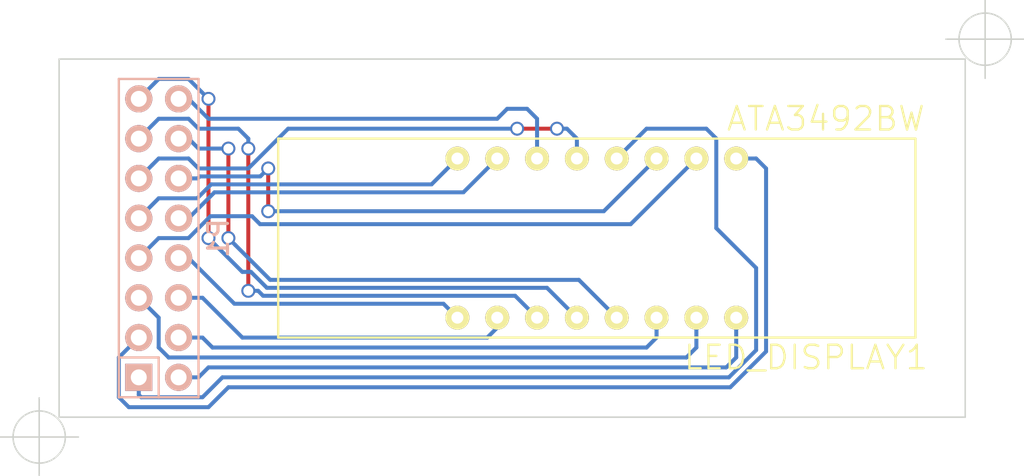
<source format=kicad_pcb>
(kicad_pcb (version 4) (host pcbnew "(2014-12-04 BZR 5312)-product")

  (general
    (links 16)
    (no_connects 0)
    (area 110.497258 90.21 175.855 120.61)
    (thickness 1.6)
    (drawings 6)
    (tracks 140)
    (zones 0)
    (modules 2)
    (nets 17)
  )

  (page A4)
  (layers
    (0 F.Cu signal)
    (31 B.Cu signal)
    (32 B.Adhes user)
    (33 F.Adhes user)
    (34 B.Paste user)
    (35 F.Paste user)
    (36 B.SilkS user)
    (37 F.SilkS user)
    (38 B.Mask user)
    (39 F.Mask user)
    (40 Dwgs.User user hide)
    (41 Cmts.User user)
    (42 Eco1.User user)
    (43 Eco2.User user)
    (44 Edge.Cuts user)
    (45 Margin user)
    (46 B.CrtYd user)
    (47 F.CrtYd user)
    (48 B.Fab user)
    (49 F.Fab user)
  )

  (setup
    (last_trace_width 0.254)
    (trace_clearance 0.254)
    (zone_clearance 0.508)
    (zone_45_only no)
    (trace_min 0.254)
    (segment_width 0.2)
    (edge_width 0.1)
    (via_size 0.889)
    (via_drill 0.635)
    (via_min_size 0.889)
    (via_min_drill 0.508)
    (uvia_size 0.508)
    (uvia_drill 0.127)
    (uvias_allowed no)
    (uvia_min_size 0.508)
    (uvia_min_drill 0.127)
    (pcb_text_width 0.3)
    (pcb_text_size 1.5 1.5)
    (mod_edge_width 0.15)
    (mod_text_size 1 1)
    (mod_text_width 0.15)
    (pad_size 1.5 1.5)
    (pad_drill 0.6)
    (pad_to_mask_clearance 0)
    (aux_axis_origin 0 0)
    (grid_origin 12.065 12.065)
    (visible_elements 7FFFFFFF)
    (pcbplotparams
      (layerselection 0x00000_80000001)
      (usegerberextensions false)
      (excludeedgelayer false)
      (linewidth 0.100000)
      (plotframeref false)
      (viasonmask false)
      (mode 1)
      (useauxorigin false)
      (hpglpennumber 1)
      (hpglpenspeed 20)
      (hpglpendiameter 15)
      (hpglpenoverlay 2)
      (psnegative false)
      (psa4output false)
      (plotreference false)
      (plotvalue false)
      (plotinvisibletext false)
      (padsonsilk false)
      (subtractmaskfromsilk false)
      (outputformat 4)
      (mirror false)
      (drillshape 0)
      (scaleselection 1)
      (outputdirectory plots/))
  )

  (net 0 "")
  (net 1 /DIG1)
  (net 2 /DIG2)
  (net 3 /D)
  (net 4 /COL)
  (net 5 /E)
  (net 6 /DIG3)
  (net 7 /P)
  (net 8 /DIG4)
  (net 9 /DEC_AN)
  (net 10 /DEC)
  (net 11 /F)
  (net 12 /COL_AN)
  (net 13 /C)
  (net 14 /A)
  (net 15 /G)
  (net 16 /B)

  (net_class Default "This is the default net class."
    (clearance 0.254)
    (trace_width 0.254)
    (via_dia 0.889)
    (via_drill 0.635)
    (uvia_dia 0.508)
    (uvia_drill 0.127)
    (add_net /A)
    (add_net /B)
    (add_net /C)
    (add_net /COL)
    (add_net /COL_AN)
    (add_net /D)
    (add_net /DEC)
    (add_net /DEC_AN)
    (add_net /DIG1)
    (add_net /DIG2)
    (add_net /DIG3)
    (add_net /DIG4)
    (add_net /E)
    (add_net /F)
    (add_net /G)
    (add_net /P)
  )

  (module Pin_Headers:Pin_Header_Straight_2x08 (layer B.Cu) (tedit 5483A7BF) (tstamp 548397AB)
    (at 120.65 105.41 90)
    (descr "Through hole pin header")
    (tags "pin header")
    (path /5483E895)
    (fp_text reference P1 (at 0 3.81 90) (layer B.SilkS)
      (effects (font (size 1.27 1.27) (thickness 0.2032)) (justify mirror))
    )
    (fp_text value LED_DISPLAY (at 0 -3.81 90) (layer B.SilkS) hide
      (effects (font (size 1.27 1.27) (thickness 0.2032)) (justify mirror))
    )
    (fp_line (start 10.16 2.54) (end -10.16 2.54) (layer B.SilkS) (width 0.15))
    (fp_line (start -7.62 -2.54) (end 10.16 -2.54) (layer B.SilkS) (width 0.15))
    (fp_line (start 10.16 2.54) (end 10.16 -2.54) (layer B.SilkS) (width 0.15))
    (fp_line (start -10.16 2.54) (end -10.16 0) (layer B.SilkS) (width 0.15))
    (fp_line (start -10.16 -2.54) (end -7.62 -2.54) (layer B.SilkS) (width 0.15))
    (fp_line (start -10.16 0) (end -7.62 0) (layer B.SilkS) (width 0.15))
    (fp_line (start -7.62 0) (end -7.62 -2.54) (layer B.SilkS) (width 0.15))
    (fp_line (start -10.16 -2.54) (end -10.16 0) (layer B.SilkS) (width 0.15))
    (pad 1 thru_hole rect (at -8.89 -1.27 90) (size 1.7272 1.7272) (drill 1.016) (layers *.Cu *.Mask B.SilkS)
      (net 12 /COL_AN))
    (pad 2 thru_hole oval (at -8.89 1.27 90) (size 1.7272 1.7272) (drill 1.016) (layers *.Cu *.Mask B.SilkS)
      (net 8 /DIG4))
    (pad 3 thru_hole oval (at -6.35 -1.27 90) (size 1.7272 1.7272) (drill 1.016) (layers *.Cu *.Mask B.SilkS)
      (net 9 /DEC_AN))
    (pad 4 thru_hole oval (at -6.35 1.27 90) (size 1.7272 1.7272) (drill 1.016) (layers *.Cu *.Mask B.SilkS)
      (net 6 /DIG3))
    (pad 5 thru_hole oval (at -3.81 -1.27 90) (size 1.7272 1.7272) (drill 1.016) (layers *.Cu *.Mask B.SilkS)
      (net 7 /P))
    (pad 6 thru_hole oval (at -3.81 1.27 90) (size 1.7272 1.7272) (drill 1.016) (layers *.Cu *.Mask B.SilkS)
      (net 2 /DIG2))
    (pad 7 thru_hole oval (at -1.27 -1.27 90) (size 1.7272 1.7272) (drill 1.016) (layers *.Cu *.Mask B.SilkS)
      (net 10 /DEC))
    (pad 8 thru_hole oval (at -1.27 1.27 90) (size 1.7272 1.7272) (drill 1.016) (layers *.Cu *.Mask B.SilkS)
      (net 1 /DIG1))
    (pad 9 thru_hole oval (at 1.27 -1.27 90) (size 1.7272 1.7272) (drill 1.016) (layers *.Cu *.Mask B.SilkS)
      (net 16 /B))
    (pad 10 thru_hole oval (at 1.27 1.27 90) (size 1.7272 1.7272) (drill 1.016) (layers *.Cu *.Mask B.SilkS)
      (net 15 /G))
    (pad 11 thru_hole oval (at 3.81 -1.27 90) (size 1.7272 1.7272) (drill 1.016) (layers *.Cu *.Mask B.SilkS)
      (net 13 /C))
    (pad 12 thru_hole oval (at 3.81 1.27 90) (size 1.7272 1.7272) (drill 1.016) (layers *.Cu *.Mask B.SilkS)
      (net 11 /F))
    (pad 13 thru_hole oval (at 6.35 -1.27 90) (size 1.7272 1.7272) (drill 1.016) (layers *.Cu *.Mask B.SilkS)
      (net 3 /D))
    (pad 14 thru_hole oval (at 6.35 1.27 90) (size 1.7272 1.7272) (drill 1.016) (layers *.Cu *.Mask B.SilkS)
      (net 5 /E))
    (pad 15 thru_hole oval (at 8.89 -1.27 90) (size 1.7272 1.7272) (drill 1.016) (layers *.Cu *.Mask B.SilkS)
      (net 4 /COL))
    (pad 16 thru_hole oval (at 8.89 1.27 90) (size 1.7272 1.7272) (drill 1.016) (layers *.Cu *.Mask B.SilkS)
      (net 14 /A))
    (model Pin_Headers/Pin_Header_Straight_2x08.wrl
      (at (xyz 0 0 0))
      (scale (xyz 1 1 1))
      (rotate (xyz 0 0 0))
    )
  )

  (module Cylindric:4DIG_7SEG_ATA3492BW (layer F.Cu) (tedit 5483A78F) (tstamp 5484F454)
    (at 148.59 105.41)
    (path /5483E8CC)
    (fp_text reference LED_DISPLAY1 (at 13.335 7.62) (layer F.SilkS)
      (effects (font (size 1.5 1.5) (thickness 0.15)))
    )
    (fp_text value ATA3492BW (at 14.605 -7.62) (layer F.SilkS)
      (effects (font (size 1.5 1.5) (thickness 0.15)))
    )
    (fp_circle (center 3.048 -3.81) (end 2.794 -3.81) (layer Dwgs.User) (width 0.15))
    (fp_circle (center 17.272 3.81) (end 17.018 3.81) (layer Dwgs.User) (width 0.15))
    (fp_circle (center 8.128 3.81) (end 8.382 3.81) (layer Dwgs.User) (width 0.15))
    (fp_circle (center -1.524 3.81) (end -1.27 3.81) (layer Dwgs.User) (width 0.15))
    (fp_circle (center -11.811 3.81) (end -11.557 3.81) (layer Dwgs.User) (width 0.15))
    (fp_circle (center -0.254 2.54) (end 0 2.54) (layer Dwgs.User) (width 0.15))
    (fp_circle (center 0.762 -2.54) (end 1.016 -2.54) (layer Dwgs.User) (width 0.15))
    (fp_line (start 12.7 3.81) (end 15.24 3.81) (layer Dwgs.User) (width 0.15))
    (fp_line (start 12.065 3.81) (end 12.7 0.635) (layer Dwgs.User) (width 0.15))
    (fp_line (start 15.875 3.81) (end 16.51 0.635) (layer Dwgs.User) (width 0.15))
    (fp_line (start 13.335 0) (end 15.875 0) (layer Dwgs.User) (width 0.15))
    (fp_line (start 12.7 -0.635) (end 13.335 -3.81) (layer Dwgs.User) (width 0.15))
    (fp_line (start 16.51 -0.635) (end 17.145 -3.81) (layer Dwgs.User) (width 0.15))
    (fp_line (start 13.97 -3.81) (end 16.51 -3.81) (layer Dwgs.User) (width 0.15))
    (fp_line (start 5.08 -3.81) (end 7.62 -3.81) (layer Dwgs.User) (width 0.15))
    (fp_line (start 7.62 -0.635) (end 8.255 -3.81) (layer Dwgs.User) (width 0.15))
    (fp_line (start 3.81 -0.635) (end 4.445 -3.81) (layer Dwgs.User) (width 0.15))
    (fp_line (start 4.445 0) (end 6.985 0) (layer Dwgs.User) (width 0.15))
    (fp_line (start 6.985 3.81) (end 7.62 0.635) (layer Dwgs.User) (width 0.15))
    (fp_line (start 3.175 3.81) (end 3.81 0.635) (layer Dwgs.User) (width 0.15))
    (fp_line (start 3.81 3.81) (end 6.35 3.81) (layer Dwgs.User) (width 0.15))
    (fp_line (start -16.51 3.81) (end -13.97 3.81) (layer Dwgs.User) (width 0.15))
    (fp_line (start -17.145 3.81) (end -16.51 0.635) (layer Dwgs.User) (width 0.15))
    (fp_line (start -13.335 3.81) (end -12.7 0.635) (layer Dwgs.User) (width 0.15))
    (fp_line (start -15.875 0) (end -13.335 0) (layer Dwgs.User) (width 0.15))
    (fp_line (start -16.51 -0.635) (end -15.875 -3.81) (layer Dwgs.User) (width 0.15))
    (fp_line (start -12.7 -0.635) (end -12.065 -3.81) (layer Dwgs.User) (width 0.15))
    (fp_line (start -15.24 -3.81) (end -12.7 -3.81) (layer Dwgs.User) (width 0.15))
    (fp_line (start -5.08 -3.81) (end -2.54 -3.81) (layer Dwgs.User) (width 0.15))
    (fp_line (start -2.54 -0.635) (end -1.905 -3.81) (layer Dwgs.User) (width 0.15))
    (fp_line (start -6.35 -0.635) (end -5.715 -3.81) (layer Dwgs.User) (width 0.15))
    (fp_line (start -5.715 0) (end -3.175 0) (layer Dwgs.User) (width 0.15))
    (fp_line (start -3.175 3.81) (end -2.54 0.635) (layer Dwgs.User) (width 0.15))
    (fp_line (start -6.985 3.81) (end -6.35 0.635) (layer Dwgs.User) (width 0.15))
    (fp_line (start -6.35 3.81) (end -3.81 3.81) (layer Dwgs.User) (width 0.15))
    (fp_line (start 20.32 -6.35) (end 20.32 6.35) (layer F.SilkS) (width 0.15))
    (fp_line (start 20.32 -6.35) (end -20.32 -6.35) (layer F.SilkS) (width 0.15))
    (fp_line (start -20.32 -6.35) (end -20.32 6.35) (layer F.SilkS) (width 0.15))
    (fp_line (start -20.32 6.35) (end 20.32 6.35) (layer F.SilkS) (width 0.15))
    (pad 1 thru_hole circle (at -8.89 5.08) (size 1.524 1.524) (drill 0.762) (layers *.Cu *.Mask F.SilkS)
      (net 1 /DIG1))
    (pad 2 thru_hole circle (at -6.35 5.08) (size 1.524 1.524) (drill 0.762) (layers *.Cu *.Mask F.SilkS)
      (net 2 /DIG2))
    (pad 3 thru_hole circle (at -3.81 5.08) (size 1.524 1.524) (drill 0.762) (layers *.Cu *.Mask F.SilkS)
      (net 3 /D))
    (pad 4 thru_hole circle (at -1.27 5.08) (size 1.524 1.524) (drill 0.762) (layers *.Cu *.Mask F.SilkS)
      (net 4 /COL))
    (pad 5 thru_hole circle (at 1.27 5.08) (size 1.524 1.524) (drill 0.762) (layers *.Cu *.Mask F.SilkS)
      (net 5 /E))
    (pad 6 thru_hole circle (at 3.81 5.08) (size 1.524 1.524) (drill 0.762) (layers *.Cu *.Mask F.SilkS)
      (net 6 /DIG3))
    (pad 7 thru_hole circle (at 6.35 5.08) (size 1.524 1.524) (drill 0.762) (layers *.Cu *.Mask F.SilkS)
      (net 7 /P))
    (pad 8 thru_hole circle (at 8.89 5.08) (size 1.524 1.524) (drill 0.762) (layers *.Cu *.Mask F.SilkS)
      (net 8 /DIG4))
    (pad 9 thru_hole circle (at 8.89 -5.08) (size 1.524 1.524) (drill 0.762) (layers *.Cu *.Mask F.SilkS)
      (net 9 /DEC_AN))
    (pad 10 thru_hole circle (at 6.35 -5.08) (size 1.524 1.524) (drill 0.762) (layers *.Cu *.Mask F.SilkS)
      (net 10 /DEC))
    (pad 11 thru_hole circle (at 3.81 -5.08) (size 1.524 1.524) (drill 0.762) (layers *.Cu *.Mask F.SilkS)
      (net 11 /F))
    (pad 12 thru_hole circle (at 1.27 -5.08) (size 1.524 1.524) (drill 0.762) (layers *.Cu *.Mask F.SilkS)
      (net 12 /COL_AN))
    (pad 13 thru_hole circle (at -1.27 -5.08) (size 1.524 1.524) (drill 0.762) (layers *.Cu *.Mask F.SilkS)
      (net 13 /C))
    (pad 14 thru_hole circle (at -3.81 -5.08) (size 1.524 1.524) (drill 0.762) (layers *.Cu *.Mask F.SilkS)
      (net 14 /A))
    (pad 15 thru_hole circle (at -6.35 -5.08) (size 1.524 1.524) (drill 0.762) (layers *.Cu *.Mask F.SilkS)
      (net 15 /G))
    (pad 16 thru_hole circle (at -8.89 -5.08) (size 1.524 1.524) (drill 0.762) (layers *.Cu *.Mask F.SilkS)
      (net 16 /B))
  )

  (target plus (at 113.03 118.11) (size 5) (width 0.1) (layer Edge.Cuts))
  (target plus (at 173.355 92.71) (size 5) (width 0.1) (layer Edge.Cuts))
  (gr_line (start 172.085 93.98) (end 172.085 116.84) (angle 90) (layer Edge.Cuts) (width 0.1))
  (gr_line (start 114.3 93.98) (end 114.3 116.84) (angle 90) (layer Edge.Cuts) (width 0.1))
  (gr_line (start 114.3 116.84) (end 172.085 116.84) (angle 90) (layer Edge.Cuts) (width 0.1))
  (gr_line (start 114.3 93.98) (end 172.085 93.98) (angle 90) (layer Edge.Cuts) (width 0.1))

  (segment (start 121.92 106.68) (end 122.555 106.68) (width 0.254) (layer B.Cu) (net 1))
  (segment (start 122.555 106.68) (end 125.476 109.601) (width 0.254) (layer B.Cu) (net 1))
  (segment (start 125.476 109.601) (end 138.811 109.601) (width 0.254) (layer B.Cu) (net 1))
  (segment (start 138.811 109.601) (end 139.7 110.49) (width 0.254) (layer B.Cu) (net 1))
  (segment (start 142.24 110.49) (end 142.24 111.125) (width 0.254) (layer B.Cu) (net 2))
  (segment (start 142.24 111.125) (end 141.605 111.76) (width 0.254) (layer B.Cu) (net 2))
  (segment (start 141.605 111.76) (end 125.984 111.76) (width 0.254) (layer B.Cu) (net 2))
  (segment (start 125.984 111.76) (end 123.444 109.22) (width 0.254) (layer B.Cu) (net 2))
  (segment (start 123.444 109.22) (end 121.92 109.22) (width 0.254) (layer B.Cu) (net 2))
  (segment (start 126.993617 108.77548) (end 126.365 108.77548) (width 0.254) (layer B.Cu) (net 3))
  (segment (start 127.311127 109.09299) (end 126.993617 108.77548) (width 0.254) (layer B.Cu) (net 3))
  (segment (start 126.365 99.695) (end 126.365 108.77548) (width 0.254) (layer F.Cu) (net 3))
  (segment (start 143.38299 109.09299) (end 127.311127 109.09299) (width 0.254) (layer B.Cu) (net 3))
  (segment (start 144.78 110.49) (end 143.38299 109.09299) (width 0.254) (layer B.Cu) (net 3))
  (via (at 126.365 108.77548) (size 0.889) (drill 0.635) (layers F.Cu B.Cu) (net 3))
  (segment (start 126.365 99.06) (end 126.365 99.695) (width 0.254) (layer B.Cu) (net 3) (tstamp 5483A393))
  (segment (start 126.365 108.585) (end 126.365 108.585) (width 0.254) (layer B.Cu) (net 3) (tstamp 5483A2A4))
  (via (at 126.365 99.695) (size 0.889) (layers F.Cu B.Cu) (net 3))
  (segment (start 122.555 97.79) (end 123.19 98.425) (width 0.254) (layer B.Cu) (net 3) (tstamp 5483A38E))
  (segment (start 123.19 98.425) (end 125.73 98.425) (width 0.254) (layer B.Cu) (net 3) (tstamp 5483A38F))
  (segment (start 125.73 98.425) (end 126.365 99.06) (width 0.254) (layer B.Cu) (net 3) (tstamp 5483A390))
  (segment (start 119.38 99.06) (end 120.65 97.79) (width 0.254) (layer B.Cu) (net 3) (status 10))
  (segment (start 120.65 97.79) (end 122.555 97.79) (width 0.254) (layer B.Cu) (net 3))
  (segment (start 124.269499 105.854499) (end 123.825 105.41) (width 0.254) (layer B.Cu) (net 4))
  (segment (start 126.535576 107.56901) (end 125.98401 107.56901) (width 0.254) (layer B.Cu) (net 4))
  (segment (start 127.551546 108.58498) (end 126.535576 107.56901) (width 0.254) (layer B.Cu) (net 4))
  (segment (start 145.41498 108.58498) (end 127.551546 108.58498) (width 0.254) (layer B.Cu) (net 4))
  (segment (start 147.32 110.49) (end 145.41498 108.58498) (width 0.254) (layer B.Cu) (net 4))
  (segment (start 125.98401 107.56901) (end 124.269499 105.854499) (width 0.254) (layer B.Cu) (net 4))
  (segment (start 120.65 95.25) (end 122.555 95.25) (width 0.254) (layer B.Cu) (net 4))
  (segment (start 120.65 95.25) (end 119.38 96.52) (width 0.254) (layer B.Cu) (net 4) (tstamp 5483A2E0) (status 20))
  (via (at 123.825 96.52) (size 0.889) (layers F.Cu B.Cu) (net 4))
  (segment (start 123.825 105.41) (end 123.825 96.52) (width 0.254) (layer F.Cu) (net 4) (tstamp 5483A2DC))
  (via (at 123.825 105.41) (size 0.889) (layers F.Cu B.Cu) (net 4))
  (segment (start 123.825 96.52) (end 123.825 96.52) (width 0.254) (layer B.Cu) (net 4) (tstamp 5483A462))
  (segment (start 122.555 95.25) (end 123.825 96.52) (width 0.254) (layer B.Cu) (net 4) (tstamp 5483A461))
  (segment (start 119.38 96.52) (end 119.38 96.52) (width 0.254) (layer B.Cu) (net 4) (tstamp 5483A2E1) (status 30))
  (segment (start 125.539499 105.854499) (end 125.095 105.41) (width 0.254) (layer B.Cu) (net 5))
  (segment (start 127.76197 108.07697) (end 125.539499 105.854499) (width 0.254) (layer B.Cu) (net 5))
  (segment (start 147.44697 108.07697) (end 127.76197 108.07697) (width 0.254) (layer B.Cu) (net 5))
  (segment (start 149.86 110.49) (end 147.44697 108.07697) (width 0.254) (layer B.Cu) (net 5))
  (segment (start 122.555 99.06) (end 123.19 99.695) (width 0.254) (layer B.Cu) (net 5) (tstamp 5483A389))
  (segment (start 123.19 99.695) (end 125.095 99.695) (width 0.254) (layer B.Cu) (net 5) (tstamp 5483A38A))
  (via (at 125.095 105.41) (size 0.889) (layers F.Cu B.Cu) (net 5))
  (segment (start 125.095 99.695) (end 125.095 105.41) (width 0.254) (layer F.Cu) (net 5) (tstamp 5483A297))
  (via (at 125.095 99.695) (size 0.889) (layers F.Cu B.Cu) (net 5))
  (segment (start 122.555 99.06) (end 121.92 99.06) (width 0.254) (layer B.Cu) (net 5) (status 20))
  (segment (start 152.4 110.49) (end 152.4 111.76) (width 0.254) (layer B.Cu) (net 6))
  (segment (start 124.079 112.395) (end 123.444 111.76) (width 0.254) (layer B.Cu) (net 6))
  (segment (start 152.4 111.76) (end 151.765 112.395) (width 0.254) (layer B.Cu) (net 6))
  (segment (start 151.765 112.395) (end 124.079 112.395) (width 0.254) (layer B.Cu) (net 6))
  (segment (start 123.444 111.76) (end 121.92 111.76) (width 0.254) (layer B.Cu) (net 6))
  (segment (start 121.285 113.03) (end 120.65 112.395) (width 0.254) (layer B.Cu) (net 7))
  (segment (start 120.65 110.49) (end 119.38 109.22) (width 0.254) (layer B.Cu) (net 7) (status 10))
  (segment (start 120.65 112.395) (end 120.65 110.49) (width 0.254) (layer B.Cu) (net 7) (tstamp 5483A603))
  (segment (start 154.305 113.03) (end 154.94 112.395) (width 0.254) (layer B.Cu) (net 7))
  (segment (start 154.94 112.395) (end 154.94 110.49) (width 0.254) (layer B.Cu) (net 7) (tstamp 5483A3F8))
  (segment (start 154.305 113.03) (end 154.305 113.03) (width 0.254) (layer B.Cu) (net 7) (tstamp 5483A234))
  (segment (start 121.285 113.03) (end 154.305 113.03) (width 0.254) (layer B.Cu) (net 7) (tstamp 5483A233))
  (segment (start 121.285 113.03) (end 121.285 113.03) (width 0.254) (layer B.Cu) (net 7) (tstamp 5483A232))
  (segment (start 157.48 113.03) (end 157.48 110.49) (width 0.254) (layer B.Cu) (net 8))
  (segment (start 156.845 113.665) (end 157.48 113.03) (width 0.254) (layer B.Cu) (net 8))
  (segment (start 123.825 113.665) (end 156.845 113.665) (width 0.254) (layer B.Cu) (net 8))
  (segment (start 123.19 114.3) (end 123.825 113.665) (width 0.254) (layer B.Cu) (net 8))
  (segment (start 121.92 114.3) (end 123.19 114.3) (width 0.254) (layer B.Cu) (net 8))
  (segment (start 121.92 114.3) (end 121.92 114.3) (width 0.254) (layer B.Cu) (net 8) (tstamp 5483A1DA) (status 30))
  (segment (start 118.11 113.03) (end 119.38 111.76) (width 0.254) (layer B.Cu) (net 9))
  (segment (start 118.745 116.205) (end 118.11 115.57) (width 0.254) (layer B.Cu) (net 9))
  (segment (start 157.48 100.33) (end 158.75 100.33) (width 0.254) (layer B.Cu) (net 9))
  (segment (start 158.75 100.33) (end 159.385 100.965) (width 0.254) (layer B.Cu) (net 9))
  (segment (start 159.385 100.965) (end 159.385 112.649) (width 0.254) (layer B.Cu) (net 9))
  (segment (start 159.385 112.649) (end 157.099 114.935) (width 0.254) (layer B.Cu) (net 9))
  (segment (start 157.099 114.935) (end 125.095 114.935) (width 0.254) (layer B.Cu) (net 9))
  (segment (start 125.095 114.935) (end 123.825 116.205) (width 0.254) (layer B.Cu) (net 9))
  (segment (start 123.825 116.205) (end 118.745 116.205) (width 0.254) (layer B.Cu) (net 9))
  (segment (start 118.11 115.57) (end 118.11 113.03) (width 0.254) (layer B.Cu) (net 9))
  (segment (start 126.603738 104.013) (end 127.111738 104.521) (width 0.254) (layer B.Cu) (net 10))
  (segment (start 127.111738 104.521) (end 150.749 104.521) (width 0.254) (layer B.Cu) (net 10))
  (segment (start 119.38 106.68) (end 120.65 105.41) (width 0.254) (layer B.Cu) (net 10))
  (segment (start 120.65 105.41) (end 122.555 105.41) (width 0.254) (layer B.Cu) (net 10))
  (segment (start 122.555 105.41) (end 123.952 104.013) (width 0.254) (layer B.Cu) (net 10))
  (segment (start 123.952 104.013) (end 126.603738 104.013) (width 0.254) (layer B.Cu) (net 10))
  (segment (start 150.749 104.521) (end 154.178001 101.091999) (width 0.254) (layer B.Cu) (net 10))
  (segment (start 154.178001 101.091999) (end 154.94 100.33) (width 0.254) (layer B.Cu) (net 10))
  (segment (start 128.263617 103.69548) (end 127.635 103.69548) (width 0.254) (layer B.Cu) (net 11))
  (segment (start 149.03452 103.69548) (end 128.263617 103.69548) (width 0.254) (layer B.Cu) (net 11))
  (via (at 127.635 103.69548) (size 0.889) (drill 0.635) (layers F.Cu B.Cu) (net 11))
  (segment (start 127.635 100.965) (end 127.635 103.69548) (width 0.254) (layer F.Cu) (net 11))
  (segment (start 152.4 100.33) (end 149.03452 103.69548) (width 0.254) (layer B.Cu) (net 11))
  (segment (start 127.190501 101.409499) (end 127.635 100.965) (width 0.254) (layer B.Cu) (net 11))
  (segment (start 123.141314 101.6) (end 123.268334 101.47298) (width 0.254) (layer B.Cu) (net 11))
  (segment (start 127.12702 101.47298) (end 127.190501 101.409499) (width 0.254) (layer B.Cu) (net 11))
  (segment (start 123.268334 101.47298) (end 127.12702 101.47298) (width 0.254) (layer B.Cu) (net 11))
  (segment (start 121.92 101.6) (end 123.141314 101.6) (width 0.254) (layer B.Cu) (net 11))
  (via (at 127.635 100.965) (size 0.889) (layers F.Cu B.Cu) (net 11))
  (segment (start 150.621999 99.568001) (end 149.86 100.33) (width 0.254) (layer B.Cu) (net 12))
  (segment (start 156.21 99.06) (end 155.575 98.425) (width 0.254) (layer B.Cu) (net 12))
  (segment (start 151.765 98.425) (end 150.621999 99.568001) (width 0.254) (layer B.Cu) (net 12))
  (segment (start 155.575 98.425) (end 151.765 98.425) (width 0.254) (layer B.Cu) (net 12))
  (segment (start 156.21 104.775) (end 156.21 99.06) (width 0.254) (layer B.Cu) (net 12))
  (segment (start 158.75 112.565566) (end 158.75 107.315) (width 0.254) (layer B.Cu) (net 12))
  (segment (start 123.444 115.57) (end 124.714 114.3) (width 0.254) (layer B.Cu) (net 12))
  (segment (start 157.015566 114.3) (end 158.75 112.565566) (width 0.254) (layer B.Cu) (net 12))
  (segment (start 124.714 114.3) (end 157.015566 114.3) (width 0.254) (layer B.Cu) (net 12))
  (segment (start 119.5324 115.57) (end 123.444 115.57) (width 0.254) (layer B.Cu) (net 12))
  (segment (start 119.38 114.3) (end 119.38 115.4176) (width 0.254) (layer B.Cu) (net 12))
  (segment (start 119.38 115.4176) (end 119.5324 115.57) (width 0.254) (layer B.Cu) (net 12))
  (segment (start 158.75 107.315) (end 156.21 104.775) (width 0.254) (layer B.Cu) (net 12))
  (segment (start 120.65 100.33) (end 120.243599 100.736401) (width 0.254) (layer B.Cu) (net 13))
  (segment (start 123.18997 100.96497) (end 122.555 100.33) (width 0.254) (layer B.Cu) (net 13))
  (segment (start 120.243599 100.736401) (end 119.38 101.6) (width 0.254) (layer B.Cu) (net 13))
  (segment (start 126.36503 100.96497) (end 123.18997 100.96497) (width 0.254) (layer B.Cu) (net 13))
  (segment (start 128.905 98.425) (end 126.36503 100.96497) (width 0.254) (layer B.Cu) (net 13))
  (segment (start 122.555 100.33) (end 120.65 100.33) (width 0.254) (layer B.Cu) (net 13))
  (segment (start 143.51 98.425) (end 128.905 98.425) (width 0.254) (layer B.Cu) (net 13))
  (segment (start 146.05 98.425) (end 146.685 98.425) (width 0.254) (layer B.Cu) (net 13))
  (via (at 146.05 98.425) (size 0.889) (layers F.Cu B.Cu) (net 13))
  (segment (start 143.51 98.425) (end 146.05 98.425) (width 0.254) (layer F.Cu) (net 13) (tstamp 5483A28D))
  (via (at 143.51 98.425) (size 0.889) (layers F.Cu B.Cu) (net 13))
  (segment (start 147.32 100.33) (end 147.32 99.06) (width 0.254) (layer B.Cu) (net 13) (tstamp 5483A291))
  (segment (start 146.685 98.425) (end 147.32 99.06) (width 0.254) (layer B.Cu) (net 13) (tstamp 5483A49F))
  (segment (start 121.92 96.52) (end 122.555 96.52) (width 0.254) (layer B.Cu) (net 14) (status 10))
  (segment (start 144.145 97.155) (end 144.78 97.79) (width 0.254) (layer B.Cu) (net 14) (tstamp 5483A26B))
  (segment (start 144.78 97.79) (end 144.78 100.33) (width 0.254) (layer B.Cu) (net 14) (tstamp 5483A26C))
  (segment (start 142.875 97.155) (end 144.145 97.155) (width 0.254) (layer B.Cu) (net 14) (tstamp 5483A459))
  (segment (start 142.24 97.79) (end 142.875 97.155) (width 0.254) (layer B.Cu) (net 14) (tstamp 5483A456))
  (segment (start 123.825 97.79) (end 142.24 97.79) (width 0.254) (layer B.Cu) (net 14) (tstamp 5483A455))
  (segment (start 122.555 96.52) (end 123.825 97.79) (width 0.254) (layer B.Cu) (net 14) (tstamp 5483A454))
  (segment (start 141.478001 101.091999) (end 142.24 100.33) (width 0.254) (layer B.Cu) (net 15))
  (segment (start 140.081 102.489) (end 141.478001 101.091999) (width 0.254) (layer B.Cu) (net 15))
  (segment (start 124.206 102.489) (end 140.081 102.489) (width 0.254) (layer B.Cu) (net 15))
  (segment (start 122.555 104.14) (end 124.206 102.489) (width 0.254) (layer B.Cu) (net 15))
  (segment (start 121.92 104.14) (end 122.555 104.14) (width 0.254) (layer B.Cu) (net 15))
  (segment (start 138.04901 101.98099) (end 138.938001 101.091999) (width 0.254) (layer B.Cu) (net 16))
  (segment (start 123.106566 102.87) (end 123.995576 101.98099) (width 0.254) (layer B.Cu) (net 16))
  (segment (start 120.65 102.87) (end 123.106566 102.87) (width 0.254) (layer B.Cu) (net 16))
  (segment (start 119.38 104.14) (end 120.65 102.87) (width 0.254) (layer B.Cu) (net 16))
  (segment (start 123.995576 101.98099) (end 138.04901 101.98099) (width 0.254) (layer B.Cu) (net 16))
  (segment (start 138.938001 101.091999) (end 139.7 100.33) (width 0.254) (layer B.Cu) (net 16))
  (segment (start 139.7 100.965) (end 139.7 100.33) (width 0.254) (layer B.Cu) (net 16) (tstamp 5483A266))

)

</source>
